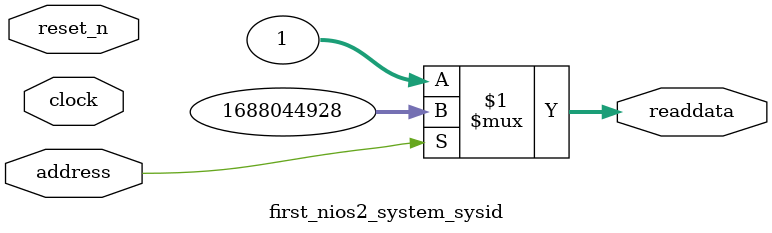
<source format=v>

`timescale 1ns / 1ps
// synthesis translate_on

// turn off superfluous verilog processor warnings 
// altera message_level Level1 
// altera message_off 10034 10035 10036 10037 10230 10240 10030 

module first_nios2_system_sysid (
               // inputs:
                address,
                clock,
                reset_n,

               // outputs:
                readdata
             )
;

  output  [ 31: 0] readdata;
  input            address;
  input            clock;
  input            reset_n;

  wire    [ 31: 0] readdata;
  //control_slave, which is an e_avalon_slave
  assign readdata = address ? 1688044928 : 1;

endmodule




</source>
